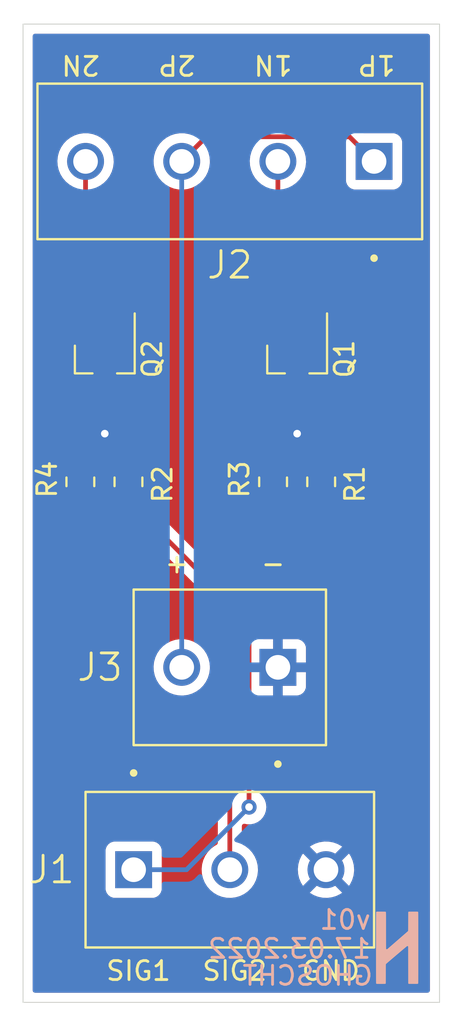
<source format=kicad_pcb>
(kicad_pcb (version 20211014) (generator pcbnew)
  (title_block (title "Heliox Module") (date "2022-03-17") (rev "v01") (comment 4 "Author: GHOSCHT"))
  (layers (0 "F.Cu" signal) (31 "B.Cu" signal) (34 "B.Paste" user) (35 "F.Paste" user) (36 "B.SilkS" user "B.Silkscreen") (37 "F.SilkS" user "F.Silkscreen") (38 "B.Mask" user) (39 "F.Mask" user) (44 "Edge.Cuts" user))
  (net 0 "")
  (net 1 "Net-(Q1-Pad1)")
  (net 2 "Net-(Q2-Pad1)")
  (net 3 "SIG1")
  (net 4 "SIG2")
  (net 5 "GND")
  (net 6 "VCC")
  (net 7 "LED1N")
  (net 8 "LED2N")
  (footprint "CUI_TB006-508-03BE:CUI_TB006-508-03BE" (layer "F.Cu") (at 142.494 94.742)
    (fp_text reference "J1" (at -4.318 0) (layer "F.SilkS") (effects (font (size 1.4 1.4))))
    (fp_text value "Screw_Terminal_01x03")
    (fp_line (start -2.54 -4.1) (end 12.7 -4.1) (layer "F.SilkS") (width 0.127))
    (fp_line (start 12.7 -4.1) (end 12.7 4.1) (layer "F.SilkS") (width 0.127))
    (fp_line (start 12.7 4.1) (end -2.54 4.1) (layer "F.SilkS") (width 0.127))
    (fp_line (start -2.54 4.1) (end -2.54 -4.1) (layer "F.SilkS") (width 0.127))
    (fp_circle (center 0 -5.1) (end 0.1 -5.1) (layer "F.SilkS") (width 0.2) (fill none))
    (pad "1" thru_hole rect locked (at 0 0) (size 1.95 1.95) (drill 1.3) (layers *.Cu *.Mask) (net 3 "SIG1"))
    (pad "2" thru_hole circle locked (at 5.08 0) (size 1.95 1.95) (drill 1.3) (layers *.Cu *.Mask) (net 4 "SIG2"))
    (pad "3" thru_hole circle locked (at 10.16 0) (size 1.95 1.95) (drill 1.3) (layers *.Cu *.Mask) (net 5 "GND"))
  )
  (footprint "CUI_TB006-508-04BE:CUI_TB006-508-04BE" (layer "F.Cu") (at 155.194 57.404 180)
    (fp_text reference "J2" (at 7.62 -5.461) (layer "F.SilkS") (effects (font (size 1.4 1.4))))
    (fp_text value "Screw_Terminal_01x04")
    (fp_line (start -2.54 -4.1) (end 17.78 -4.1) (layer "F.SilkS") (width 0.127))
    (fp_line (start 17.78 -4.1) (end 17.78 4.1) (layer "F.SilkS") (width 0.127))
    (fp_line (start -2.54 4.1) (end -2.54 -4.1) (layer "F.SilkS") (width 0.127))
    (fp_line (start 17.78 4.1) (end -2.54 4.1) (layer "F.SilkS") (width 0.127))
    (fp_circle (center 0 -5.1) (end 0.1 -5.1) (layer "F.SilkS") (width 0.2) (fill none))
    (pad "1" thru_hole rect locked (at 0 0 180) (size 1.95 1.95) (drill 1.3) (layers *.Cu *.Mask) (net 6 "VCC"))
    (pad "2" thru_hole circle locked (at 5.08 0 180) (size 1.95 1.95) (drill 1.3) (layers *.Cu *.Mask) (net 7 "LED1N"))
    (pad "3" thru_hole circle locked (at 10.16 0 180) (size 1.95 1.95) (drill 1.3) (layers *.Cu *.Mask) (net 6 "VCC"))
    (pad "4" thru_hole circle locked (at 15.24 0 180) (size 1.95 1.95) (drill 1.3) (layers *.Cu *.Mask) (net 8 "LED2N"))
  )
  (footprint "Package_TO_SOT_SMD:SOT-23_Handsoldering" (layer "F.Cu") (at 151.13 67.818 -90)
    (fp_text reference "Q1" (at 0 -2.5 90) (layer "F.SilkS"))
    (fp_text value "Q_NPN_BCE")
    (fp_line (start 0.76 1.58) (end 0.76 0.65) (layer "F.SilkS") (width 0.12))
    (fp_line (start 0.76 -1.58) (end 0.76 -0.65) (layer "F.SilkS") (width 0.12))
    (fp_line (start 0.76 -1.58) (end -2.4 -1.58) (layer "F.SilkS") (width 0.12))
    (fp_line (start 0.76 1.58) (end -0.7 1.58) (layer "F.SilkS") (width 0.12))
    (pad "1" smd rect locked (at -1.5 -0.95 270) (size 1.9 0.8) (layers "F.Cu" "F.Paste" "F.Mask") (net 1 "Net-(Q1-Pad1)"))
    (pad "2" smd rect locked (at -1.5 0.95 270) (size 1.9 0.8) (layers "F.Cu" "F.Paste" "F.Mask") (net 7 "LED1N"))
    (pad "3" smd rect locked (at 1.5 0 270) (size 1.9 0.8) (layers "F.Cu" "F.Paste" "F.Mask") (net 5 "GND"))
  )
  (footprint "Package_TO_SOT_SMD:SOT-23_Handsoldering" (layer "F.Cu") (at 140.97 67.818 -90)
    (fp_text reference "Q2" (at 0 -2.5 90) (layer "F.SilkS"))
    (fp_text value "Q_NPN_BCE")
    (fp_line (start 0.76 -1.58) (end 0.76 -0.65) (layer "F.SilkS") (width 0.12))
    (fp_line (start 0.76 1.58) (end -0.7 1.58) (layer "F.SilkS") (width 0.12))
    (fp_line (start 0.76 1.58) (end 0.76 0.65) (layer "F.SilkS") (width 0.12))
    (fp_line (start 0.76 -1.58) (end -2.4 -1.58) (layer "F.SilkS") (width 0.12))
    (pad "1" smd rect locked (at -1.5 -0.95 270) (size 1.9 0.8) (layers "F.Cu" "F.Paste" "F.Mask") (net 2 "Net-(Q2-Pad1)"))
    (pad "2" smd rect locked (at -1.5 0.95 270) (size 1.9 0.8) (layers "F.Cu" "F.Paste" "F.Mask") (net 8 "LED2N"))
    (pad "3" smd rect locked (at 1.5 0 270) (size 1.9 0.8) (layers "F.Cu" "F.Paste" "F.Mask") (net 5 "GND"))
  )
  (footprint "CUI_TB006-508-02BE:CUI_TB006-508-02BE" (layer "F.Cu") (at 150.114 84.074 180)
    (fp_text reference "J3" (at 9.398 0) (layer "F.SilkS") (effects (font (size 1.4 1.4))))
    (fp_text value "Screw_Terminal_01x02")
    (fp_line (start -2.54 4.1) (end -2.54 -4.1) (layer "F.SilkS") (width 0.127))
    (fp_line (start 7.62 -4.1) (end 7.62 4.1) (layer "F.SilkS") (width 0.127))
    (fp_line (start -2.54 -4.1) (end 7.62 -4.1) (layer "F.SilkS") (width 0.127))
    (fp_line (start 7.62 4.1) (end -2.54 4.1) (layer "F.SilkS") (width 0.127))
    (fp_circle (center 0 -5.1) (end 0.1 -5.1) (layer "F.SilkS") (width 0.2) (fill none))
    (pad "1" thru_hole rect locked (at 0 0 180) (size 1.95 1.95) (drill 1.3) (layers *.Cu *.Mask) (net 5 "GND"))
    (pad "2" thru_hole circle locked (at 5.08 0 180) (size 1.95 1.95) (drill 1.3) (layers *.Cu *.Mask) (net 6 "VCC"))
  )
  (footprint "Resistor_SMD:R_0805_2012Metric_Pad1.20x1.40mm_HandSolder" (layer "F.Cu") (at 142.22 74.295 -90)
    (fp_text reference "R2" (at 0.127 -1.798 -90) (layer "F.SilkS"))
    (fp_text value "470")
    (fp_line (start -0.227064 0.735) (end 0.227064 0.735) (layer "F.SilkS") (width 0.12))
    (fp_line (start -0.227064 -0.735) (end 0.227064 -0.735) (layer "F.SilkS") (width 0.12))
    (pad "1" smd roundrect locked (at -1 0 270) (size 1.2 1.4) (layers "F.Cu" "F.Paste" "F.Mask") (roundrect_rratio 0.2083325) (net 2 "Net-(Q2-Pad1)"))
    (pad "2" smd roundrect locked (at 1 0 270) (size 1.2 1.4) (layers "F.Cu" "F.Paste" "F.Mask") (roundrect_rratio 0.2083325) (net 4 "SIG2"))
  )
  (footprint "Resistor_SMD:R_0805_2012Metric_Pad1.20x1.40mm_HandSolder" (layer "F.Cu") (at 152.4 74.295 -90)
    (fp_text reference "R1" (at 0.127 -1.778 90) (layer "F.SilkS"))
    (fp_text value "470")
    (fp_line (start -0.227064 -0.735) (end 0.227064 -0.735) (layer "F.SilkS") (width 0.12))
    (fp_line (start -0.227064 0.735) (end 0.227064 0.735) (layer "F.SilkS") (width 0.12))
    (pad "1" smd roundrect locked (at -1 0 270) (size 1.2 1.4) (layers "F.Cu" "F.Paste" "F.Mask") (roundrect_rratio 0.2083325) (net 1 "Net-(Q1-Pad1)"))
    (pad "2" smd roundrect locked (at 1 0 270) (size 1.2 1.4) (layers "F.Cu" "F.Paste" "F.Mask") (roundrect_rratio 0.2083325) (net 3 "SIG1"))
  )
  (footprint "Resistor_SMD:R_0805_2012Metric_Pad1.20x1.40mm_HandSolder" (layer "F.Cu") (at 149.86 74.295 -90)
    (fp_text reference "R3" (at -0.127 1.778 90) (layer "F.SilkS"))
    (fp_text value "5k")
    (fp_line (start -0.227064 -0.735) (end 0.227064 -0.735) (layer "F.SilkS") (width 0.12))
    (fp_line (start -0.227064 0.735) (end 0.227064 0.735) (layer "F.SilkS") (width 0.12))
    (pad "1" smd roundrect locked (at -1 0 270) (size 1.2 1.4) (layers "F.Cu" "F.Paste" "F.Mask") (roundrect_rratio 0.2083325) (net 7 "LED1N"))
    (pad "2" smd roundrect locked (at 1 0 270) (size 1.2 1.4) (layers "F.Cu" "F.Paste" "F.Mask") (roundrect_rratio 0.2083325) (net 5 "GND"))
  )
  (footprint "Resistor_SMD:R_0805_2012Metric_Pad1.20x1.40mm_HandSolder" (layer "F.Cu") (at 139.68 74.295 90)
    (fp_text reference "R4" (at 0.127 -1.758 90) (layer "F.SilkS"))
    (fp_text value "5k")
    (fp_line (start -0.227064 0.735) (end 0.227064 0.735) (layer "F.SilkS") (width 0.12))
    (fp_line (start -0.227064 -0.735) (end 0.227064 -0.735) (layer "F.SilkS") (width 0.12))
    (pad "1" smd roundrect locked (at -1 0 90) (size 1.2 1.4) (layers "F.Cu" "F.Paste" "F.Mask") (roundrect_rratio 0.2083325) (net 5 "GND"))
    (pad "2" smd roundrect locked (at 1 0 90) (size 1.2 1.4) (layers "F.Cu" "F.Paste" "F.Mask") (roundrect_rratio 0.2083325) (net 8 "LED2N"))
  )
  (footprint "Logo:logo" (layer "B.Cu") (at 156.4132 98.8568 180)
    (fp_text reference "Ge" hide)
    (fp_text value "LOGO" hide)
    (fp_poly (pts (xy 1.006804 1.905763) (xy 1.031833 1.905402) (xy 1.052015 1.904769) (xy 1.067944 1.903814) (xy 1.080213 1.902487) (xy 1.089416 1.900737) (xy 1.096146 1.898515) (xy 1.100995 1.895771) (xy 1.104558 1.892456) (xy 1.107427 1.888518) (xy 1.110197 1.883909) (xy 1.110591 1.88324) (xy 1.111106 1.882062) (xy 1.111594 1.88018) (xy 1.112055 1.877388) (xy 1.11249 1.873481) (xy 1.112901 1.868253) (xy 1.113288 1.861496) (xy 1.113651 1.853006) (xy 1.113991 1.842576) (xy 1.11431 1.830001) (xy 1.114607 1.815074) (xy 1.114883 1.797589) (xy 1.11514 1.777341) (xy 1.115378 1.754123) (xy 1.115597 1.727729) (xy 1.115799 1.697954) (xy 1.115984 1.664592) (xy 1.116152 1.627436) (xy 1.116306 1.58628) (xy 1.116444 1.540919) (xy 1.116569 1.491146) (xy 1.11668 1.436756) (xy 1.116779 1.377542) (xy 1.116866 1.313298) (xy 1.116942 1.24382) (xy 1.117007 1.168899) (xy 1.117063 1.088332) (xy 1.117111 1.00191) (xy 1.11715 0.90943) (xy 1.117181 0.810684) (xy 1.117206 0.705466) (xy 1.117225 0.593571) (xy 1.117239 0.474793) (xy 1.117248 0.348925) (xy 1.117253 0.215762) (xy 1.117255 0.075097) (xy 1.117256 0) (xy 1.117255 -0.14459) (xy 1.117251 -0.281573) (xy 1.117244 -0.411156) (xy 1.117232 -0.533543) (xy 1.117216 -0.648942) (xy 1.117195 -0.757557) (xy 1.117167 -0.859596) (xy 1.117131 -0.955263) (xy 1.117089 -1.044765) (xy 1.117037 -1.128308) (xy 1.116977 -1.206099) (xy 1.116906 -1.278342) (xy 1.116825 -1.345243) (xy 1.116732 -1.40701) (xy 1.116627 -1.463848) (xy 1.11651 -1.515962) (xy 1.116379 -1.56356) (xy 1.116233 -1.606846) (xy 1.116072 -1.646027) (xy 1.115896 -1.681309) (xy 1.115703 -1.712898) (xy 1.115493 -1.740999) (xy 1.115264 -1.76582) (xy 1.115018 -1.787565) (xy 1.114751 -1.806441) (xy 1.114465 -1.822653) (xy 1.114157 -1.836409) (xy 1.113828 -1.847913) (xy 1.113477 -1.857372) (xy 1.113102 -1.864991) (xy 1.112704 -1.870978) (xy 1.112281 -1.875537) (xy 1.111833 -1.878874) (xy 1.111359 -1.881197) (xy 1.110858 -1.88271) (xy 1.110591 -1.883239) (xy 1.107755 -1.88797) (xy 1.104866 -1.892008) (xy 1.101317 -1.895407) (xy 1.096502 -1.898222) (xy 1.089817 -1.900509) (xy 1.080655 -1.902322) (xy 1.06841 -1.903716) (xy 1.052478 -1.904747) (xy 1.032253 -1.905468) (xy 1.007128 -1.905936) (xy 0.976498 -1.906205) (xy 0.939758 -1.90633) (xy 0.896301 -1.906365) (xy 0.855713 -1.906367) (xy 0.806758 -1.906363) (xy 0.765004 -1.906317) (xy 0.729839 -1.90618) (xy 0.700649 -1.905903) (xy 0.676824 -1.905435) (xy 0.65775 -1.904728) (xy 0.642815 -1.903732) (xy 0.631407 -1.902397) (xy 0.622914 -1.900674) (xy 0.616724 -1.898513) (xy 0.612223 -1.895865) (xy 0.608801 -1.89268) (xy 0.605844 -1.888909) (xy 0.603789 -1.885987) (xy 0.602896 -1.884118) (xy 0.602094 -1.88093) (xy 0.601377 -1.876026) (xy 0.600741 -1.869011) (xy 0.600182 -1.859488) (xy 0.599694 -1.847061) (xy 0.599273 -1.831334) (xy 0.598914 -1.81191) (xy 0.598612 -1.788394) (xy 0.598363 -1.76039) (xy 0.598161 -1.727501) (xy 0.598003 -1.68933) (xy 0.597883 -1.645483) (xy 0.597797 -1.595562) (xy 0.59774 -1.539171) (xy 0.597707 -1.475915) (xy 0.597694 -1.405396) (xy 0.597693 -1.375782) (xy 0.597685 -1.302211) (xy 0.597659 -1.236054) (xy 0.59761 -1.176913) (xy 0.597533 -1.12439) (xy 0.597424 -1.078086) (xy 0.597278 -1.037603) (xy 0.59709 -1.002542) (xy 0.596855 -0.972506) (xy 0.596569 -0.947095) (xy 0.596227 -0.925911) (xy 0.595825 -0.908555) (xy 0.595357 -0.89463) (xy 0.594818 -0.883737) (xy 0.594206 -0.875477) (xy 0.593513 -0.869452) (xy 0.592737 -0.865264) (xy 0.591871 -0.862514) (xy 0.591624 -0.861971) (xy 0.588107 -0.858319) (xy 0.578968 -0.849946) (xy 0.564568 -0.837157) (xy 0.545266 -0.820256) (xy 0.521424 -0.799549) (xy 0.493399 -0.775341) (xy 0.461553 -0.747937) (xy 0.426246 -0.717642) (xy 0.387838 -0.68476) (xy 0.346688 -0.649598) (xy 0.303156 -0.61246) (xy 0.257604 -0.573651) (xy 0.21039 -0.533477) (xy 0.161875 -0.492241) (xy 0.112418 -0.45025) (xy 0.06238 -0.407808) (xy 0.012121 -0.365221) (xy -0.037999 -0.322793) (xy -0.087621 -0.280829) (xy -0.136384 -0.239635) (xy -0.183928 -0.199515) (xy -0.229893 -0.160775) (xy -0.27392 -0.12372) (xy -0.315647 -0.088655) (xy -0.354716 -0.055884) (xy -0.390766 -0.025713) (xy -0.423438 0.001553) (xy -0.45237 0.025609) (xy -0.477203 0.046151) (xy -0.497578 0.062872) (xy -0.513133 0.075468) (xy -0.52351 0.083634) (xy -0.528348 0.087065) (xy -0.52849 0.087128) (xy -0.543218 0.088813) (xy -0.558556 0.08453) (xy -0.5707 0.075803) (xy -0.580114 0.065782) (xy -0.582068 -0.906545) (xy -0.584021 -1.878872) (xy -0.59679 -1.891643) (xy -0.60956 -1.904414) (xy -0.844852 -1.90535) (xy -0.894438 -1.905526) (xy -0.936803 -1.905623) (xy -0.972538 -1.905629) (xy -1.002234 -1.905531) (xy -1.026484 -1.905318) (xy -1.045878 -1.904977) (xy -1.061009 -1.904497) (xy -1.072466 -1.903866) (xy -1.080843 -1.903071) (xy -1.086731 -1.902102) (xy -1.09072 -1.900945) (xy -1.092065 -1.900354) (xy -1.102694 -1.892622) (xy -1.110621 -1.88319) (xy -1.111134 -1.882007) (xy -1.111619 -1.880103) (xy -1.112079 -1.877271) (xy -1.112512 -1.873307) (xy -1.112921 -1.868004) (xy -1.113306 -1.861156) (xy -1.113668 -1.852558) (xy -1.114007 -1.842003) (xy -1.114324 -1.829285) (xy -1.11462 -1.814199) (xy -1.114895 -1.796539) (xy -1.115151 -1.776099) (xy -1.115388 -1.752673) (xy -1.115606 -1.726054) (xy -1.115807 -1.696038) (xy -1.115991 -1.662419) (xy -1.116159 -1.624989) (xy -1.116312 -1.583544) (xy -1.11645 -1.537878) (xy -1.116574 -1.487784) (xy -1.116684 -1.433058) (xy -1.116783 -1.373492) (xy -1.116869 -1.308881) (xy -1.116945 -1.239019) (xy -1.11701 -1.1637) (xy -1.117066 -1.082719) (xy -1.117113 -0.995869) (xy -1.117152 -0.902944) (xy -1.117183 -0.80374) (xy -1.117208 -0.698049) (xy -1.117226 -0.585665) (xy -1.11724 -0.466384) (xy -1.117249 -0.339999) (xy -1.117254 -0.206304) (xy -1.117256 -0.065093) (xy -1.117257 0) (xy -1.117256 0.144591) (xy -1.117252 0.281574) (xy -1.117245 0.411157) (xy -1.117233 0.533544) (xy -1.117217 0.648943) (xy -1.117196 0.757558) (xy -1.117167 0.859597) (xy -1.117132 0.955264) (xy -1.11709 1.044766) (xy -1.117038 1.128309) (xy -1.116978 1.206099) (xy -1.116907 1.278342) (xy -1.116826 1.345244) (xy -1.116733 1.407011) (xy -1.116628 1.463849) (xy -1.116511 1.515963) (xy -1.116379 1.563561) (xy -1.116234 1.606847) (xy -1.116073 1.646028) (xy -1.115897 1.68131) (xy -1.115704 1.712899) (xy -1.115494 1.741) (xy -1.115265 1.765821) (xy -1.115018 1.787566) (xy -1.114752 1.806442) (xy -1.114466 1.822654) (xy -1.114158 1.83641) (xy -1.113829 1.847914) (xy -1.113478 1.857373) (xy -1.113103 1.864992) (xy -1.112705 1.870979) (xy -1.112282 1.875538) (xy -1.111834 1.878875) (xy -1.11136 1.881198) (xy -1.110859 1.882711) (xy -1.110592 1.88324) (xy -1.107806 1.887922) (xy -1.105003 1.891933) (xy -1.101594 1.89532) (xy -1.096988 1.898133) (xy -1.090594 1.900421) (xy -1.081822 1.902234) (xy -1.070083 1.903621) (xy -1.054785 1.90463) (xy -1.035339 1.905312) (xy -1.011155 1.905716) (xy -0.981641 1.905891) (xy -0.946208 1.905885) (xy -0.904265 1.905749) (xy -0.855222 1.905532) (xy -0.844073 1.905481) (xy -0.60956 1.904414) (xy -0.59679 1.891644) (xy -0.584021 1.878874) (xy -0.582068 1.382931) (xy -0.58178 1.310519) (xy -0.581515 1.245513) (xy -0.581262 1.187507) (xy -0.581015 1.136094) (xy -0.580766 1.09087) (xy -0.580507 1.051426) (xy -0.580229 1.017357) (xy -0.579925 0.988257) (xy -0.579587 0.963718) (xy -0.579208 0.943335) (xy -0.578779 0.926701) (xy -0.578292 0.913411) (xy -0.57774 0.903056) (xy -0.577114 0.895232) (xy -0.576408 0.889532) (xy -0.575612 0.885549) (xy -0.574719 0.882877) (xy -0.573721 0.881109) (xy -0.572611 0.87984) (xy -0.572301 0.879541) (xy -0.567785 0.875484) (xy -0.557781 0.866673) (xy -0.542648 0.853418) (xy -0.522743 0.83603) (xy -0.498423 0.81482) (xy -0.470046 0.790096) (xy -0.43797 0.76217) (xy -0.402552 0.731353) (xy -0.364149 0.697953) (xy -0.32312 0.662281) (xy -0.27982 0.624649) (xy -0.234609 0.585365) (xy -0.187843 0.544741) (xy -0.13988 0.503086) (xy -0.091077 0.460711) (xy -0.041792 0.417927) (xy 0.007617 0.375042) (xy 0.056794 0.332369) (xy 0.10538 0.290216) (xy 0.153019 0.248894) (xy 0.199352 0.208714) (xy 0.244023 0.169986) (xy 0.286673 0.13302) (xy 0.326945 0.098126) (xy 0.364483 0.065615) (xy 0.398927 0.035797) (xy 0.429922 0.008982) (xy 0.457109 -0.01452) (xy 0.48013 -0.034397) (xy 0.498629 -0.050341) (xy 0.512248 -0.06204) (xy 0.520629 -0.069185) (xy 0.523362 -0.071441) (xy 0.537089 -0.076803) (xy 0.552727 -0.076809) (xy 0.567622 -0.072028) (xy 0.57912 -0.063035) (xy 0.581951 -0.058813) (xy 0.582442 -0.054331) (xy 0.5829 -0.04275) (xy 0.583325 -0.024023) (xy 0.583718 0.001898) (xy 0.584079 0.035059) (xy 0.584407 0.075508) (xy 0.584704 0.123293) (xy 0.584969 0.178459) (xy 0.585203 0.241056) (xy 0.585405 0.311128) (xy 0.585576 0.388725) (xy 0.585717 0.473893) (xy 0.585826 0.566679) (xy 0.585905 0.66713) (xy 0.585954 0.775294) (xy 0.585973 0.891218) (xy 0.585973 0.906175) (xy 0.58597 1.009219) (xy 0.585965 1.104739) (xy 0.585962 1.193025) (xy 0.585969 1.274365) (xy 0.58599 1.34905) (xy 0.586032 1.417368) (xy 0.5861 1.479609) (xy 0.586199 1.536062) (xy 0.586335 1.587015) (xy 0.586515 1.63276) (xy 0.586743 1.673584) (xy 0.587025 1.709777) (xy 0.587367 1.741628) (xy 0.587775 1.769427) (xy 0.588254 1.793463) (xy 0.58881 1.814025) (xy 0.589448 1.831402) (xy 0.590175 1.845884) (xy 0.590996 1.857759) (xy 0.591917 1.867318) (xy 0.592942 1.87485) (xy 0.594079 1.880643) (xy 0.595332 1.884987) (xy 0.596708 1.888171) (xy 0.598211 1.890485) (xy 0.599848 1.892218) (xy 0.601624 1.893658) (xy 0.603546 1.895096) (xy 0.605374 1.896602) (xy 0.60741 1.898231) (xy 0.609983 1.899621) (xy 0.613701 1.900793) (xy 0.61917 1.901771) (xy 0.626999 1.902575) (xy 0.637794 1.90323) (xy 0.652163 1.903757) (xy 0.670713 1.904178) (xy 0.694052 1.904516) (xy 0.722787 1.904794) (xy 0.757525 1.905033) (xy 0.798875 1.905257) (xy 0.846359 1.905481) (xy 0.896706 1.905711) (xy 0.939834 1.905867) (xy 0.976336 1.905901)) (layer "B.SilkS") (width 0) (fill solid))
  )
  (gr_line (start 158.652 50.165) (end 158.652 101.736) (layer "Edge.Cuts") (width 0.05))
  (gr_line (start 136.652 101.736) (end 158.652 101.736) (layer "Edge.Cuts") (width 0.05))
  (gr_line (start 136.652 50.165) (end 136.652 101.736) (layer "Edge.Cuts") (width 0.05))
  (gr_line (start 136.652 50.165) (end 158.652 50.165) (layer "Edge.Cuts") (width 0.05))
  (gr_text "GHOSCHT" (at 151.6888 100.33) (layer "B.SilkS") (effects (font (size 1 1)) (justify mirror)))
  (gr_text "17.03.2022" (at 150.7236 98.9076) (layer "B.SilkS") (effects (font (size 1 1)) (justify mirror)))
  (gr_text "v01" (at 153.67 97.3836) (layer "B.SilkS") (effects (font (size 1 1)) (justify mirror)))
  (gr_text "2N" (at 139.7 52.324 180) (layer "F.SilkS") (effects (font (size 1 1))))
  (gr_text "1P" (at 155.321 52.324 180) (layer "F.SilkS") (effects (font (size 1 1))))
  (gr_text "2P" (at 144.78 52.324 180) (layer "F.SilkS") (effects (font (size 1 1))))
  (gr_text "SIG2" (at 147.828 100.076) (layer "F.SilkS") (effects (font (size 1 1))))
  (gr_text "-" (at 149.86 78.74 180) (layer "F.SilkS") (effects (font (size 1 1))))
  (gr_text "SIG1" (at 142.748 100.076) (layer "F.SilkS") (effects (font (size 1 1))))
  (gr_text "GND" (at 152.908 100.076) (layer "F.SilkS") (effects (font (size 1 1))))
  (gr_text "+" (at 144.78 78.74 180) (layer "F.SilkS") (effects (font (size 1 1))))
  (gr_text "1N" (at 149.86 52.324 180) (layer "F.SilkS") (effects (font (size 1 1))))
  (segment (start 152.08 72.975) (end 152.08 66.318) (width 0.25) (layer "F.Cu") (net 1))
  (segment (start 152.4 73.295) (end 152.08 72.975) (width 0.25) (layer "F.Cu") (net 1))
  (segment (start 142.22 73.295) (end 141.92 72.995) (width 0.25) (layer "F.Cu") (net 2))
  (segment (start 141.92 72.995) (end 141.92 66.318) (width 0.25) (layer "F.Cu") (net 2))
  (segment (start 142.22 73.295) (end 142.605 73.295) (width 0.25) (layer "F.Cu") (net 2))
  (segment (start 152.4 75.295) (end 148.59 79.105) (width 0.25) (layer "F.Cu") (net 3))
  (segment (start 148.59 79.105) (end 148.59 91.44) (width 0.25) (layer "F.Cu") (net 3))
  (via (at 148.59 91.44) (size 0.8) (drill 0.4) (layers "F.Cu" "B.Cu") (net 3))
  (segment (start 148.59 91.44) (end 145.288 94.742) (width 0.25) (layer "B.Cu") (net 3))
  (segment (start 145.288 94.742) (end 142.494 94.742) (width 0.25) (layer "B.Cu") (net 3))
  (segment (start 147.574 80.649) (end 142.22 75.295) (width 0.25) (layer "F.Cu") (net 4))
  (segment (start 147.574 94.742) (end 147.574 80.649) (width 0.25) (layer "F.Cu") (net 4))
  (segment (start 151.13 69.318) (end 151.13 71.755) (width 0.25) (layer "F.Cu") (net 5))
  (segment (start 140.97 69.318) (end 140.97 71.755) (width 0.25) (layer "F.Cu") (net 5))
  (via (at 151.13 71.755) (size 0.8) (drill 0.4) (layers "F.Cu" "B.Cu") (net 5))
  (via (at 140.97 71.755) (size 0.8) (drill 0.4) (layers "F.Cu" "B.Cu") (net 5))
  (segment (start 155.194 57.404) (end 153.894489 56.104489) (width 0.25) (layer "F.Cu") (net 6))
  (segment (start 153.894489 56.104489) (end 146.333511 56.104489) (width 0.25) (layer "F.Cu") (net 6))
  (segment (start 146.333511 56.104489) (end 145.034 57.404) (width 0.25) (layer "F.Cu") (net 6))
  (segment (start 145.034 57.404) (end 145.034 84.074) (width 0.25) (layer "B.Cu") (net 6))
  (segment (start 150.18 72.975) (end 150.18 66.318) (width 0.25) (layer "F.Cu") (net 7))
  (segment (start 149.86 73.295) (end 150.18 72.975) (width 0.25) (layer "F.Cu") (net 7))
  (segment (start 150.114 66.252) (end 150.18 66.318) (width 0.25) (layer "F.Cu") (net 7))
  (segment (start 150.114 57.404) (end 150.114 66.252) (width 0.25) (layer "F.Cu") (net 7))
  (segment (start 140.02 72.955) (end 140.02 66.318) (width 0.25) (layer "F.Cu") (net 8))
  (segment (start 139.954 66.252) (end 140.02 66.318) (width 0.25) (layer "F.Cu") (net 8))
  (segment (start 139.68 73.295) (end 140.02 72.955) (width 0.25) (layer "F.Cu") (net 8))
  (segment (start 139.954 57.404) (end 139.954 66.252) (width 0.25) (layer "F.Cu") (net 8))
  (zone (net 5) (net_name "GND") (layers F&B.Cu) (connect_pads (clearance 0.508)) (min_thickness 0.254) (fill yes (thermal_gap 0.508) (thermal_bridge_width 0.508))
    (polygon (pts (xy 160.02 102.87) (xy 135.89 102.87) (xy 135.89 48.895) (xy 160.02 48.895)))
  )
)
</source>
